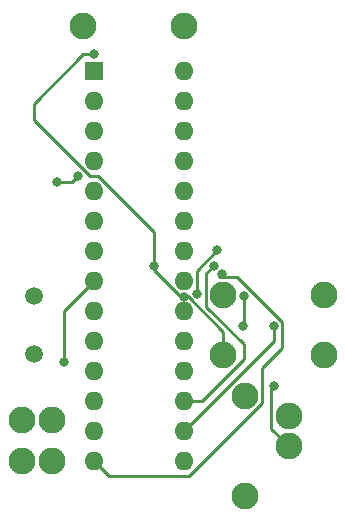
<source format=gbr>
%TF.GenerationSoftware,KiCad,Pcbnew,7.0.6-0*%
%TF.CreationDate,2023-07-24T12:55:40-04:00*%
%TF.ProjectId,Test_1_V1,54657374-5f31-45f5-9631-2e6b69636164,rev?*%
%TF.SameCoordinates,Original*%
%TF.FileFunction,Copper,L2,Bot*%
%TF.FilePolarity,Positive*%
%FSLAX46Y46*%
G04 Gerber Fmt 4.6, Leading zero omitted, Abs format (unit mm)*
G04 Created by KiCad (PCBNEW 7.0.6-0) date 2023-07-24 12:55:40*
%MOMM*%
%LPD*%
G01*
G04 APERTURE LIST*
G04 Aperture macros list*
%AMFreePoly0*
4,1,35,0.312797,1.099367,0.509479,1.023172,0.688811,0.912134,0.844687,0.770034,0.971798,0.601712,1.065816,0.412899,1.123538,0.210026,1.143000,0.000000,1.123538,-0.210026,1.065816,-0.412899,0.971798,-0.601712,0.844687,-0.770034,0.688811,-0.912134,0.509479,-1.023172,0.312797,-1.099367,0.105463,-1.138124,-0.105463,-1.138124,-0.312797,-1.099367,-0.509479,-1.023172,-0.688811,-0.912134,
-0.844687,-0.770034,-0.971798,-0.601712,-1.065816,-0.412899,-1.123538,-0.210026,-1.143000,0.000000,-1.123538,0.210026,-1.065816,0.412899,-0.971798,0.601712,-0.844687,0.770034,-0.688811,0.912134,-0.509479,1.023172,-0.312797,1.099367,-0.105463,1.138124,0.105463,1.138124,0.312797,1.099367,0.312797,1.099367,$1*%
G04 Aperture macros list end*
%TA.AperFunction,ComponentPad*%
%ADD10FreePoly0,0.000000*%
%TD*%
%TA.AperFunction,ComponentPad*%
%ADD11FreePoly0,270.000000*%
%TD*%
%TA.AperFunction,ComponentPad*%
%ADD12C,1.500000*%
%TD*%
%TA.AperFunction,ComponentPad*%
%ADD13R,1.600000X1.600000*%
%TD*%
%TA.AperFunction,ComponentPad*%
%ADD14O,1.600000X1.600000*%
%TD*%
%TA.AperFunction,ViaPad*%
%ADD15C,0.800000*%
%TD*%
%TA.AperFunction,Conductor*%
%ADD16C,0.250000*%
%TD*%
G04 APERTURE END LIST*
D10*
%TO.P,R3,1*%
%TO.N,Earth*%
X143070000Y-111660000D03*
%TO.P,R3,2*%
%TO.N,Net-(R2-Pad2)*%
X151570000Y-111660000D03*
%TD*%
D11*
%TO.P,C1,1*%
%TO.N,Net-(U1-AVCC)*%
X148590000Y-121920000D03*
%TO.P,C1,2*%
%TO.N,Earth*%
X148590000Y-124460000D03*
%TD*%
D12*
%TO.P,16MHz1,1,1*%
%TO.N,Net-(U1-XTAL2{slash}PB7)*%
X127000000Y-116640000D03*
%TO.P,16MHz1,2,2*%
%TO.N,Net-(U1-XTAL1{slash}PB6)*%
X127000000Y-111760000D03*
%TD*%
D10*
%TO.P,C2,1*%
%TO.N,Net-(U1-XTAL1{slash}PB6)*%
X126000000Y-125730000D03*
%TO.P,C2,2*%
%TO.N,Earth*%
X128540000Y-125730000D03*
%TD*%
%TO.P,C3,1*%
%TO.N,Net-(U1-XTAL2{slash}PB7)*%
X126000000Y-122230000D03*
%TO.P,C3,2*%
%TO.N,Earth*%
X128540000Y-122230000D03*
%TD*%
%TO.P,R2,1*%
%TO.N,Net-(U1-AVCC)*%
X143070000Y-116740000D03*
%TO.P,R2,2*%
%TO.N,Net-(R2-Pad2)*%
X151570000Y-116740000D03*
%TD*%
D13*
%TO.P,U1,1,~{RESET}/PC6*%
%TO.N,Net-(U1-~{RESET}{slash}PC6)*%
X132080000Y-92695000D03*
D14*
%TO.P,U1,2,PD0*%
%TO.N,unconnected-(U1-PD0-Pad2)*%
X132080000Y-95235000D03*
%TO.P,U1,3,PD1*%
%TO.N,unconnected-(U1-PD1-Pad3)*%
X132080000Y-97775000D03*
%TO.P,U1,4,PD2*%
%TO.N,Net-(U1-PD2)*%
X132080000Y-100315000D03*
%TO.P,U1,5,PD3*%
%TO.N,Net-(U1-PD3)*%
X132080000Y-102855000D03*
%TO.P,U1,6,PD4*%
%TO.N,unconnected-(U1-PD4-Pad6)*%
X132080000Y-105395000D03*
%TO.P,U1,7,VCC*%
%TO.N,Net-(U1-AVCC)*%
X132080000Y-107935000D03*
%TO.P,U1,8,GND*%
%TO.N,Earth*%
X132080000Y-110475000D03*
%TO.P,U1,9,XTAL1/PB6*%
%TO.N,Net-(U1-XTAL1{slash}PB6)*%
X132080000Y-113015000D03*
%TO.P,U1,10,XTAL2/PB7*%
%TO.N,Net-(U1-XTAL2{slash}PB7)*%
X132080000Y-115555000D03*
%TO.P,U1,11,PD5*%
%TO.N,unconnected-(U1-PD5-Pad11)*%
X132080000Y-118095000D03*
%TO.P,U1,12,PD6*%
%TO.N,unconnected-(U1-PD6-Pad12)*%
X132080000Y-120635000D03*
%TO.P,U1,13,PD7*%
%TO.N,Net-(U1-PD7)*%
X132080000Y-123175000D03*
%TO.P,U1,14,PB0*%
%TO.N,Net-(U1-PB0)*%
X132080000Y-125715000D03*
%TO.P,U1,15,PB1*%
%TO.N,unconnected-(U1-PB1-Pad15)*%
X139700000Y-125715000D03*
%TO.P,U1,16,PB2*%
%TO.N,Net-(U1-PB2)*%
X139700000Y-123175000D03*
%TO.P,U1,17,PB3*%
%TO.N,Net-(U1-PB3)*%
X139700000Y-120635000D03*
%TO.P,U1,18,PB4*%
%TO.N,unconnected-(U1-PB4-Pad18)*%
X139700000Y-118095000D03*
%TO.P,U1,19,PB5*%
%TO.N,Net-(U1-PB5)*%
X139700000Y-115555000D03*
%TO.P,U1,20,AVCC*%
%TO.N,Net-(U1-AVCC)*%
X139700000Y-113015000D03*
%TO.P,U1,21,AREF*%
%TO.N,unconnected-(U1-AREF-Pad21)*%
X139700000Y-110475000D03*
%TO.P,U1,22,GND*%
%TO.N,Earth*%
X139700000Y-107935000D03*
%TO.P,U1,23,PC0*%
%TO.N,unconnected-(U1-PC0-Pad23)*%
X139700000Y-105395000D03*
%TO.P,U1,24,PC1*%
%TO.N,unconnected-(U1-PC1-Pad24)*%
X139700000Y-102855000D03*
%TO.P,U1,25,PC2*%
%TO.N,unconnected-(U1-PC2-Pad25)*%
X139700000Y-100315000D03*
%TO.P,U1,26,PC3*%
%TO.N,unconnected-(U1-PC3-Pad26)*%
X139700000Y-97775000D03*
%TO.P,U1,27,PC4*%
%TO.N,unconnected-(U1-PC4-Pad27)*%
X139700000Y-95235000D03*
%TO.P,U1,28,PC5*%
%TO.N,unconnected-(U1-PC5-Pad28)*%
X139700000Y-92695000D03*
%TD*%
D11*
%TO.P,R1,1*%
%TO.N,Net-(U4-VCC)*%
X144880000Y-120210000D03*
%TO.P,R1,2*%
%TO.N,Net-(U1-AVCC)*%
X144880000Y-128710000D03*
%TD*%
D10*
%TO.P,R4,1*%
%TO.N,Net-(U1-~{RESET}{slash}PC6)*%
X131200000Y-88900000D03*
%TO.P,R4,2*%
%TO.N,Net-(U1-AVCC)*%
X139700000Y-88900000D03*
%TD*%
D15*
%TO.N,Net-(U1-PD2)*%
X130772205Y-101622794D03*
X129027700Y-102112300D03*
%TO.N,Earth*%
X147320000Y-119380000D03*
X129540000Y-117364500D03*
%TO.N,Net-(U1-PD7)*%
X144809531Y-111761727D03*
X144732701Y-114347299D03*
%TO.N,Net-(U1-PB2)*%
X147320000Y-114300000D03*
%TO.N,Net-(U1-PB3)*%
X142240000Y-109220000D03*
%TO.N,Net-(U1-PB5)*%
X142530649Y-107904753D03*
X140877500Y-111577561D03*
%TO.N,Net-(U1-PB0)*%
X142951448Y-109922031D03*
%TO.N,Net-(U1-AVCC)*%
X139700000Y-111874503D03*
X137160000Y-109220000D03*
X132080000Y-91295498D03*
%TD*%
D16*
%TO.N,Net-(U1-PD2)*%
X129027700Y-102112300D02*
X130282700Y-102112300D01*
X130282700Y-102112300D02*
X130772205Y-101622794D01*
%TO.N,Earth*%
X129540000Y-113015000D02*
X132080000Y-110475000D01*
X147320000Y-119380000D02*
X147122000Y-119578000D01*
X129540000Y-117364500D02*
X129540000Y-113015000D01*
X147122000Y-119578000D02*
X147122000Y-122992000D01*
X147122000Y-122992000D02*
X148590000Y-124460000D01*
%TO.N,Net-(U1-PD7)*%
X144809531Y-114270469D02*
X144732701Y-114347299D01*
X144809531Y-111761727D02*
X144809531Y-114270469D01*
%TO.N,Net-(U1-PB2)*%
X147320000Y-114300000D02*
X147320000Y-115555000D01*
X147320000Y-115555000D02*
X139700000Y-123175000D01*
%TO.N,Net-(U1-PB3)*%
X144780000Y-115867613D02*
X144780000Y-117106066D01*
X144780000Y-117106066D02*
X141251066Y-120635000D01*
X142240000Y-109220000D02*
X141602000Y-109858000D01*
X141251066Y-120635000D02*
X139700000Y-120635000D01*
X141602000Y-109858000D02*
X141602000Y-112689613D01*
X141602000Y-112689613D02*
X144780000Y-115867613D01*
%TO.N,Net-(U1-PB5)*%
X140877500Y-110687500D02*
X140877500Y-111577561D01*
X142530649Y-107904753D02*
X140825000Y-109610402D01*
X140825000Y-110635000D02*
X140877500Y-110687500D01*
X140825000Y-109610402D02*
X140825000Y-110635000D01*
%TO.N,Net-(U1-PB0)*%
X146348000Y-120818066D02*
X140166066Y-127000000D01*
X144265109Y-110192000D02*
X148045000Y-113971891D01*
X146348000Y-117882066D02*
X146348000Y-120818066D01*
X142951448Y-109922031D02*
X142681479Y-110192000D01*
X148045000Y-116185066D02*
X146348000Y-117882066D01*
X142681479Y-110192000D02*
X144265109Y-110192000D01*
X148045000Y-113971891D02*
X148045000Y-116185066D01*
X133365000Y-127000000D02*
X132080000Y-125715000D01*
X140166066Y-127000000D02*
X133365000Y-127000000D01*
%TO.N,Net-(U1-AVCC)*%
X131229502Y-91295498D02*
X127000000Y-95525000D01*
X139700000Y-111874503D02*
X139700000Y-111760000D01*
X132080000Y-91295498D02*
X131229502Y-91295498D01*
X139921488Y-111874503D02*
X140035991Y-111760000D01*
X140035991Y-111760000D02*
X143070000Y-114794009D01*
X143070000Y-114794009D02*
X143070000Y-116740000D01*
X127000000Y-96825991D02*
X131774009Y-101600000D01*
X139394009Y-111760000D02*
X140035991Y-111760000D01*
X139700000Y-111874503D02*
X139921488Y-111874503D01*
X132415991Y-101600000D02*
X137160000Y-106344009D01*
X137160000Y-109525991D02*
X139394009Y-111760000D01*
X127000000Y-95525000D02*
X127000000Y-96825991D01*
X137160000Y-106344009D02*
X137160000Y-109525991D01*
X131774009Y-101600000D02*
X132415991Y-101600000D01*
%TD*%
M02*

</source>
